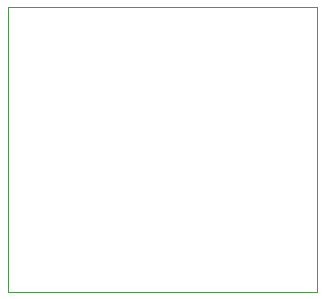
<source format=gbr>
%TF.GenerationSoftware,KiCad,Pcbnew,(5.1.8-0-10_14)*%
%TF.CreationDate,2021-01-24T23:40:28+01:00*%
%TF.ProjectId,clapruptor,636c6170-7275-4707-946f-722e6b696361,rev?*%
%TF.SameCoordinates,Original*%
%TF.FileFunction,Profile,NP*%
%FSLAX46Y46*%
G04 Gerber Fmt 4.6, Leading zero omitted, Abs format (unit mm)*
G04 Created by KiCad (PCBNEW (5.1.8-0-10_14)) date 2021-01-24 23:40:28*
%MOMM*%
%LPD*%
G01*
G04 APERTURE LIST*
%TA.AperFunction,Profile*%
%ADD10C,0.050000*%
%TD*%
G04 APERTURE END LIST*
D10*
X170027600Y-73177400D02*
X170027600Y-97231200D01*
X143840200Y-73177400D02*
X170027600Y-73177400D01*
X143840200Y-97231200D02*
X143840200Y-73177400D01*
X170027600Y-97231200D02*
X143840200Y-97231200D01*
M02*

</source>
